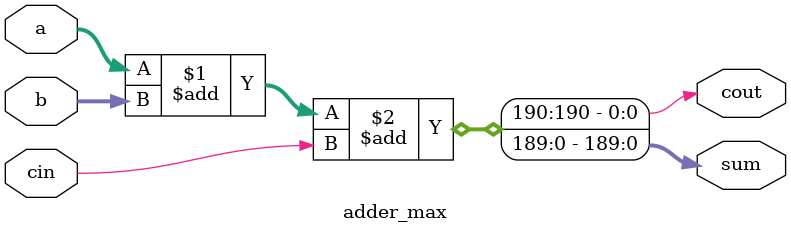
<source format=v>
module adder_columns(cout,sum,a,b,cin);

input [379:0]a,b;
output [379:0]sum;
input [1:0]cin;
output [1:0]cout;

adder_max ad1(.a(a[189:0]),.b(b[189:0]),.cin(cin[0]),.sum(sum[189:0]),.cout(cout[0]));
adder_max ad2(.a(a[379:190]),.b(b[379:190]),.cin(cin[1]),.sum(sum[379:190]),.cout(cout[1]));

endmodule



module adder_max(cout, sum, a, b, cin);
parameter size = 190;  /* declare a parameter. default required */
output cout;
output [size-1:0] sum; 	 // sum uses the size parameter
input cin;
input [size-1:0] a, b;  // 'a' and 'b' use the size parameter

assign {cout, sum} = a + b + cin;

endmodule










</source>
